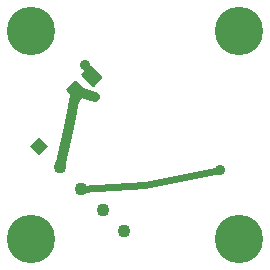
<source format=gbl>
G75*
%MOIN*%
%OFA0B0*%
%FSLAX25Y25*%
%IPPOS*%
%LPD*%
%AMOC8*
5,1,8,0,0,1.08239X$1,22.5*
%
%ADD10R,0.04350X0.04350*%
%ADD11C,0.04350*%
%ADD12C,0.00906*%
%ADD13C,0.02400*%
%ADD14C,0.03562*%
%ADD15C,0.03200*%
%ADD16C,0.03169*%
%ADD17C,0.16122*%
D10*
G36*
X0045931Y0068557D02*
X0042856Y0071632D01*
X0045931Y0074707D01*
X0049006Y0071632D01*
X0045931Y0068557D01*
G37*
D11*
X0053002Y0064561D03*
X0060073Y0057490D03*
X0067145Y0050419D03*
X0074216Y0043348D03*
D12*
X0061333Y0089705D02*
X0057938Y0093100D01*
X0061333Y0089705D02*
X0058772Y0087144D01*
X0055377Y0090539D01*
X0057938Y0093100D01*
X0057867Y0088049D02*
X0059677Y0088049D01*
X0060582Y0088954D02*
X0056962Y0088954D01*
X0056057Y0089859D02*
X0061179Y0089859D01*
X0060274Y0090764D02*
X0055602Y0090764D01*
X0056507Y0091669D02*
X0059369Y0091669D01*
X0058464Y0092574D02*
X0057412Y0092574D01*
X0062949Y0098111D02*
X0066344Y0094716D01*
X0063783Y0092155D01*
X0060388Y0095550D01*
X0062949Y0098111D01*
X0062878Y0093060D02*
X0064688Y0093060D01*
X0065593Y0093965D02*
X0061973Y0093965D01*
X0061068Y0094870D02*
X0066190Y0094870D01*
X0065285Y0095775D02*
X0060613Y0095775D01*
X0061518Y0096680D02*
X0064380Y0096680D01*
X0063475Y0097585D02*
X0062423Y0097585D01*
D13*
X0061333Y0098750D02*
X0063366Y0095133D01*
X0060073Y0057490D02*
X0081333Y0058750D01*
X0106333Y0063750D01*
D14*
X0106333Y0063750D03*
X0061333Y0098750D03*
D15*
X0058355Y0090122D02*
X0064740Y0087905D01*
X0058355Y0090122D02*
X0055940Y0077963D01*
X0053002Y0064561D01*
D16*
X0064740Y0087905D03*
D17*
X0043144Y0040561D03*
X0112743Y0040561D03*
X0112743Y0110159D03*
X0043144Y0110159D03*
M02*

</source>
